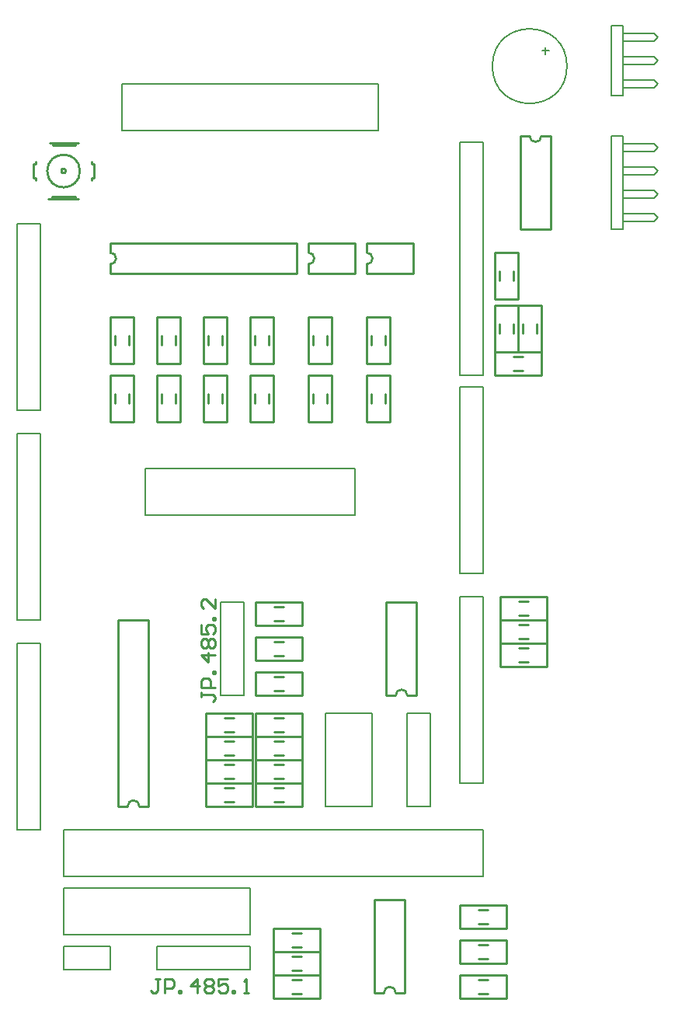
<source format=gto>
G04 Layer_Color=65535*
%FSLAX44Y44*%
%MOMM*%
G71*
G01*
G75*
%ADD13C,0.2540*%
%ADD31C,0.1524*%
%ADD32C,0.2000*%
D13*
X78740Y939800D02*
G03*
X78740Y939800I-2540J0D01*
G01*
X93980D02*
G03*
X93980Y939800I-17780J0D01*
G01*
X450850Y368300D02*
G03*
X438150Y368300I-6350J0D01*
G01*
Y44450D02*
G03*
X425450Y44450I-6350J0D01*
G01*
X584200Y977900D02*
G03*
X596900Y977900I6350J0D01*
G01*
X342991Y838200D02*
G03*
X342991Y850900I0J6350D01*
G01*
X406491Y838200D02*
G03*
X406491Y850900I0J6350D01*
G01*
X158750Y247650D02*
G03*
X146050Y247650I-6350J0D01*
G01*
X127000Y838200D02*
G03*
X127000Y850900I0J6350D01*
G01*
X198120Y687070D02*
Y697230D01*
X182880Y687070D02*
Y697230D01*
X177800Y666750D02*
X203200D01*
Y717550D01*
X177800D02*
X203200D01*
X177800Y666750D02*
Y717550D01*
X147320Y687070D02*
Y697230D01*
X132080Y687070D02*
Y697230D01*
X127000Y666750D02*
X152400D01*
Y717550D01*
X127000D02*
X152400D01*
X127000Y666750D02*
Y717550D01*
X299720Y687070D02*
Y697230D01*
X284480Y687070D02*
Y697230D01*
X279400Y666750D02*
X304800D01*
Y717550D01*
X279400D02*
X304800D01*
X279400Y666750D02*
Y717550D01*
X248920Y687070D02*
Y697230D01*
X233680Y687070D02*
Y697230D01*
X228600Y666750D02*
X254000D01*
Y717550D01*
X228600D02*
X254000D01*
X228600Y666750D02*
Y717550D01*
X363220Y687070D02*
Y697230D01*
X347980Y687070D02*
Y697230D01*
X342900Y666750D02*
X368300D01*
Y717550D01*
X342900D02*
X368300D01*
X342900Y666750D02*
Y717550D01*
X426720Y687070D02*
Y697230D01*
X411480Y687070D02*
Y697230D01*
X406400Y666750D02*
X431800D01*
Y717550D01*
X406400D02*
X431800D01*
X406400Y666750D02*
Y717550D01*
X306070Y293370D02*
X316230D01*
X306070Y278130D02*
X316230D01*
X336550Y273050D02*
Y298450D01*
X285750D02*
X336550D01*
X285750Y273050D02*
Y298450D01*
Y273050D02*
X336550D01*
X566420Y763270D02*
Y773430D01*
X551180Y763270D02*
Y773430D01*
X546100Y742950D02*
X571500D01*
Y793750D01*
X546100D02*
X571500D01*
X546100Y742950D02*
Y793750D01*
X306070Y318770D02*
X316230D01*
X306070Y303530D02*
X316230D01*
X336550Y298450D02*
Y323850D01*
X285750D02*
X336550D01*
X285750Y298450D02*
Y323850D01*
Y298450D02*
X336550D01*
X566420Y722630D02*
X576580D01*
X566420Y737870D02*
X576580D01*
X546100Y717550D02*
Y742950D01*
Y717550D02*
X596900D01*
Y742950D01*
X546100D02*
X596900D01*
X306070Y267970D02*
X316230D01*
X306070Y252730D02*
X316230D01*
X336550Y247650D02*
Y273050D01*
X285750D02*
X336550D01*
X285750Y247650D02*
Y273050D01*
Y247650D02*
X336550D01*
X306070Y344170D02*
X316230D01*
X306070Y328930D02*
X316230D01*
X336550Y323850D02*
Y349250D01*
X285750D02*
X336550D01*
X285750Y323850D02*
Y349250D01*
Y323850D02*
X336550D01*
X325120Y68580D02*
X335280D01*
X325120Y83820D02*
X335280D01*
X304800Y63500D02*
Y88900D01*
Y63500D02*
X355600D01*
Y88900D01*
X304800D02*
X355600D01*
X325120Y43180D02*
X335280D01*
X325120Y58420D02*
X335280D01*
X304800Y38100D02*
Y63500D01*
Y38100D02*
X355600D01*
Y63500D01*
X304800D02*
X355600D01*
X325120Y93980D02*
X335280D01*
X325120Y109220D02*
X335280D01*
X304800Y88900D02*
Y114300D01*
Y88900D02*
X355600D01*
Y114300D01*
X304800D02*
X355600D01*
X306070Y388620D02*
X316230D01*
X306070Y373380D02*
X316230D01*
X336550Y368300D02*
Y393700D01*
X285750D02*
X336550D01*
X285750Y368300D02*
Y393700D01*
Y368300D02*
X336550D01*
X306070Y411480D02*
X316230D01*
X306070Y426720D02*
X316230D01*
X285750Y406400D02*
Y431800D01*
Y406400D02*
X336550D01*
Y431800D01*
X285750D02*
X336550D01*
X306070Y464820D02*
X316230D01*
X306070Y449580D02*
X316230D01*
X336550Y444500D02*
Y469900D01*
X285750D02*
X336550D01*
X285750Y444500D02*
Y469900D01*
Y444500D02*
X336550D01*
X572770Y455930D02*
X582930D01*
X572770Y471170D02*
X582930D01*
X552450Y450850D02*
Y476250D01*
Y450850D02*
X603250D01*
Y476250D01*
X552450D02*
X603250D01*
X572770Y405130D02*
X582930D01*
X572770Y420370D02*
X582930D01*
X552450Y400050D02*
Y425450D01*
Y400050D02*
X603250D01*
Y425450D01*
X552450D02*
X603250D01*
X572770Y430530D02*
X582930D01*
X572770Y445770D02*
X582930D01*
X552450Y425450D02*
Y450850D01*
Y425450D02*
X603250D01*
Y450850D01*
X552450D02*
X603250D01*
X528320Y119380D02*
X538480D01*
X528320Y134620D02*
X538480D01*
X508000Y114300D02*
Y139700D01*
Y114300D02*
X558800D01*
Y139700D01*
X508000D02*
X558800D01*
X528320Y81280D02*
X538480D01*
X528320Y96520D02*
X538480D01*
X508000Y76200D02*
Y101600D01*
Y76200D02*
X558800D01*
Y101600D01*
X508000D02*
X558800D01*
X528320Y43180D02*
X538480D01*
X528320Y58420D02*
X538480D01*
X508000Y38100D02*
Y63500D01*
Y38100D02*
X558800D01*
Y63500D01*
X508000D02*
X558800D01*
X182880Y750570D02*
Y760730D01*
X198120Y750570D02*
Y760730D01*
X177800Y730250D02*
X203200D01*
Y781050D01*
X177800D02*
X203200D01*
X177800Y730250D02*
Y781050D01*
X132080Y750570D02*
Y760730D01*
X147320Y750570D02*
Y760730D01*
X127000Y730250D02*
X152400D01*
Y781050D01*
X127000D02*
X152400D01*
X127000Y730250D02*
Y781050D01*
X284480Y750570D02*
Y760730D01*
X299720Y750570D02*
Y760730D01*
X279400Y730250D02*
X304800D01*
Y781050D01*
X279400D02*
X304800D01*
X279400Y730250D02*
Y781050D01*
X233680Y750570D02*
Y760730D01*
X248920Y750570D02*
Y760730D01*
X228600Y730250D02*
X254000D01*
Y781050D01*
X228600D02*
X254000D01*
X228600Y730250D02*
Y781050D01*
X347980Y750570D02*
Y760730D01*
X363220Y750570D02*
Y760730D01*
X342900Y730250D02*
X368300D01*
Y781050D01*
X342900D02*
X368300D01*
X342900Y730250D02*
Y781050D01*
X411480Y750570D02*
Y760730D01*
X426720Y750570D02*
Y760730D01*
X406400Y730250D02*
X431800D01*
Y781050D01*
X406400D02*
X431800D01*
X406400Y730250D02*
Y781050D01*
X251220Y278130D02*
X261380D01*
X251220Y293370D02*
X261380D01*
X281700Y273050D02*
Y298450D01*
X230900D02*
X281700D01*
X230900Y273050D02*
Y298450D01*
Y273050D02*
X281700D01*
X551180Y820420D02*
Y830580D01*
X566420Y820420D02*
Y830580D01*
X546100Y800100D02*
X571500D01*
Y850900D01*
X546100D02*
X571500D01*
X546100Y800100D02*
Y850900D01*
X251220Y303530D02*
X261380D01*
X251220Y318770D02*
X261380D01*
X281700Y298450D02*
Y323850D01*
X230900D02*
X281700D01*
X230900Y298450D02*
Y323850D01*
Y298450D02*
X281700D01*
X576580Y763270D02*
Y773430D01*
X591820Y763270D02*
Y773430D01*
X571500Y742950D02*
X596900D01*
Y793750D01*
X571500D02*
X596900D01*
X571500Y742950D02*
Y793750D01*
X251220Y252730D02*
X261380D01*
X251220Y267970D02*
X261380D01*
X281700Y247650D02*
Y273050D01*
X230900D02*
X281700D01*
X230900Y247650D02*
Y273050D01*
Y247650D02*
X281700D01*
X251220Y328930D02*
X261380D01*
X251220Y344170D02*
X261380D01*
X281700Y323850D02*
Y349250D01*
X230900D02*
X281700D01*
X230900Y323850D02*
Y349250D01*
Y323850D02*
X281700D01*
X106680Y929640D02*
Y932180D01*
Y947420D02*
Y949960D01*
X45720Y929640D02*
Y932180D01*
Y947420D02*
Y949960D01*
X63500Y909320D02*
X88900D01*
X64770Y967740D02*
Y970280D01*
Y967740D02*
X88900D01*
X63500Y909320D02*
Y911860D01*
X88900D01*
Y909320D02*
Y911860D01*
X106680Y947420D02*
X109220D01*
Y932180D02*
Y947420D01*
X106680Y932180D02*
X109220D01*
X43180D02*
X45720D01*
X43180D02*
Y947420D01*
X45720D01*
X64770Y970280D02*
X88900D01*
Y967740D02*
Y970280D01*
X60960D02*
X92710D01*
X59690Y909320D02*
X92710D01*
X461010Y368300D02*
Y469900D01*
X427990D02*
X461010D01*
X427990Y368300D02*
Y469900D01*
Y368300D02*
X438150D01*
X450850D02*
X461010D01*
X448310Y44450D02*
Y146050D01*
X415290D02*
X448310D01*
X415290Y44450D02*
Y146050D01*
Y44450D02*
X425450D01*
X438150D02*
X448310D01*
X574040Y876300D02*
Y977900D01*
Y876300D02*
X607060D01*
Y977900D01*
X596900D02*
X607060D01*
X574040D02*
X584200D01*
X342991Y828040D02*
X393791D01*
Y861060D01*
X342991D02*
X393791D01*
X342991Y850900D02*
Y861060D01*
Y828040D02*
Y838200D01*
X406491Y828040D02*
X457291D01*
Y861060D01*
X406491D02*
X457291D01*
X406491Y850900D02*
Y861060D01*
Y828040D02*
Y838200D01*
X168910Y247650D02*
Y450850D01*
X135890D02*
X168910D01*
X135890Y247650D02*
Y450850D01*
Y247650D02*
X146050D01*
X158750D02*
X168910D01*
X127000Y828040D02*
X330200D01*
Y861060D01*
X127000D02*
X330200D01*
X127000Y850900D02*
Y861060D01*
Y828040D02*
Y838200D01*
X226065Y372107D02*
Y367028D01*
Y369567D01*
X238761D01*
X241300Y367028D01*
Y364489D01*
X238761Y361950D01*
X241300Y377185D02*
X226065D01*
Y384803D01*
X228604Y387342D01*
X233682D01*
X236222Y384803D01*
Y377185D01*
X241300Y392420D02*
X238761D01*
Y394959D01*
X241300D01*
Y392420D01*
Y412734D02*
X226065D01*
X233682Y405116D01*
Y415273D01*
X228604Y420351D02*
X226065Y422890D01*
Y427969D01*
X228604Y430508D01*
X231143D01*
X233682Y427969D01*
X236222Y430508D01*
X238761D01*
X241300Y427969D01*
Y422890D01*
X238761Y420351D01*
X236222D01*
X233682Y422890D01*
X231143Y420351D01*
X228604D01*
X233682Y422890D02*
Y427969D01*
X226065Y445743D02*
Y435586D01*
X233682D01*
X231143Y440664D01*
Y443204D01*
X233682Y445743D01*
X238761D01*
X241300Y443204D01*
Y438125D01*
X238761Y435586D01*
X241300Y450821D02*
X238761D01*
Y453360D01*
X241300D01*
Y450821D01*
Y473674D02*
Y463517D01*
X231143Y473674D01*
X228604D01*
X226065Y471135D01*
Y466056D01*
X228604Y463517D01*
X181607Y59685D02*
X176528D01*
X179067D01*
Y46989D01*
X176528Y44450D01*
X173989D01*
X171450Y46989D01*
X186685Y44450D02*
Y59685D01*
X194303D01*
X196842Y57146D01*
Y52067D01*
X194303Y49528D01*
X186685D01*
X201920Y44450D02*
Y46989D01*
X204459D01*
Y44450D01*
X201920D01*
X222234D02*
Y59685D01*
X214616Y52067D01*
X224773D01*
X229851Y57146D02*
X232390Y59685D01*
X237469D01*
X240008Y57146D01*
Y54607D01*
X237469Y52067D01*
X240008Y49528D01*
Y46989D01*
X237469Y44450D01*
X232390D01*
X229851Y46989D01*
Y49528D01*
X232390Y52067D01*
X229851Y54607D01*
Y57146D01*
X232390Y52067D02*
X237469D01*
X255243Y59685D02*
X245086D01*
Y52067D01*
X250165Y54607D01*
X252704D01*
X255243Y52067D01*
Y46989D01*
X252704Y44450D01*
X247625D01*
X245086Y46989D01*
X260321Y44450D02*
Y46989D01*
X262860D01*
Y44450D01*
X260321D01*
X273017D02*
X278095D01*
X275556D01*
Y59685D01*
X273017Y57146D01*
D31*
X624840Y1054100D02*
G03*
X624840Y1054100I-40640J0D01*
G01*
X601630Y1067290D02*
Y1074910D01*
X597820Y1071100D02*
X605440D01*
D32*
X165100Y565150D02*
Y615950D01*
X393700Y565150D02*
Y615950D01*
X165100Y565150D02*
X393700D01*
X165100Y615950D02*
X393700D01*
X76200Y158750D02*
X279400D01*
X76200Y107950D02*
X279400D01*
X76200D02*
Y158750D01*
X279400Y107950D02*
Y158750D01*
X76200Y222250D02*
X533400D01*
X76200Y171450D02*
X533400D01*
Y222250D01*
X76200Y171450D02*
Y222250D01*
X139700Y984250D02*
Y1035050D01*
X419100D01*
X139700Y984250D02*
X419100D01*
Y1035050D01*
X412750Y247650D02*
Y349250D01*
X361950Y247650D02*
Y349250D01*
Y247650D02*
X412750D01*
X361950Y349250D02*
X412750D01*
X508000Y971550D02*
X533400D01*
X508000Y717550D02*
X533400D01*
X508000D02*
Y971550D01*
X533400Y717550D02*
Y971550D01*
X508000Y704850D02*
X533400D01*
X508000Y501650D02*
Y704850D01*
X533400Y501650D02*
Y704850D01*
X508000Y501650D02*
X533400D01*
X25400Y882650D02*
X50800D01*
X25400Y679450D02*
Y882650D01*
X50800Y679450D02*
Y882650D01*
X25400Y679450D02*
X50800D01*
X508000Y476250D02*
X533400D01*
X508000Y273050D02*
Y476250D01*
X533400Y273050D02*
Y476250D01*
X508000Y273050D02*
X533400D01*
X25400Y654050D02*
X50800D01*
X25400Y450850D02*
Y654050D01*
X50800Y450850D02*
Y654050D01*
X25400Y450850D02*
X50800D01*
X25400Y425450D02*
X50800D01*
X25400Y222250D02*
Y425450D01*
X50800Y222250D02*
Y425450D01*
X25400Y222250D02*
X50800D01*
X177800Y69850D02*
Y95250D01*
X279400D01*
X177800Y69850D02*
X279400D01*
Y95250D01*
X247650Y469900D02*
X273050D01*
Y368300D02*
Y469900D01*
X247650Y368300D02*
Y469900D01*
Y368300D02*
X273050D01*
X450850Y247650D02*
X476250D01*
X450850D02*
Y349250D01*
X476250Y247650D02*
Y349250D01*
X450850D02*
X476250D01*
X685800Y1022350D02*
Y1098550D01*
X673100D02*
X685800D01*
X673100Y1022350D02*
X685800D01*
X673100D02*
Y1098550D01*
X685800Y1030817D02*
X719667D01*
X723900Y1035050D01*
X719667Y1039284D02*
X723900Y1035050D01*
X685800Y1039284D02*
X719667D01*
X685800Y1056217D02*
X719667D01*
X723900Y1060450D01*
X719667Y1064683D02*
X723900Y1060450D01*
X685800Y1064683D02*
X719667D01*
X685800Y1081617D02*
X719667D01*
X723900Y1085850D01*
X719667Y1090083D02*
X723900Y1085850D01*
X685800Y1090083D02*
X719667D01*
X685800Y876300D02*
Y977900D01*
X673100D02*
X685800D01*
X673100Y876300D02*
X685800D01*
Y884767D02*
X719667D01*
X723900Y889000D01*
X719667Y893234D02*
X723900Y889000D01*
X685800Y893234D02*
X719667D01*
X685800Y910167D02*
X719667D01*
X723900Y914400D01*
X719667Y918634D02*
X723900Y914400D01*
X685800Y918634D02*
X719667D01*
X685800Y935567D02*
X719667D01*
X723900Y939800D01*
X719667Y944033D02*
X723900Y939800D01*
X685800Y944033D02*
X719667D01*
X685800Y960967D02*
X719667D01*
X723900Y965200D01*
X719667Y969433D02*
X723900Y965200D01*
X685800Y969433D02*
X719667D01*
X673100Y876300D02*
Y977900D01*
X76200Y95250D02*
X127000D01*
X76200Y69850D02*
Y95250D01*
Y69850D02*
X127000D01*
Y95250D01*
M02*

</source>
